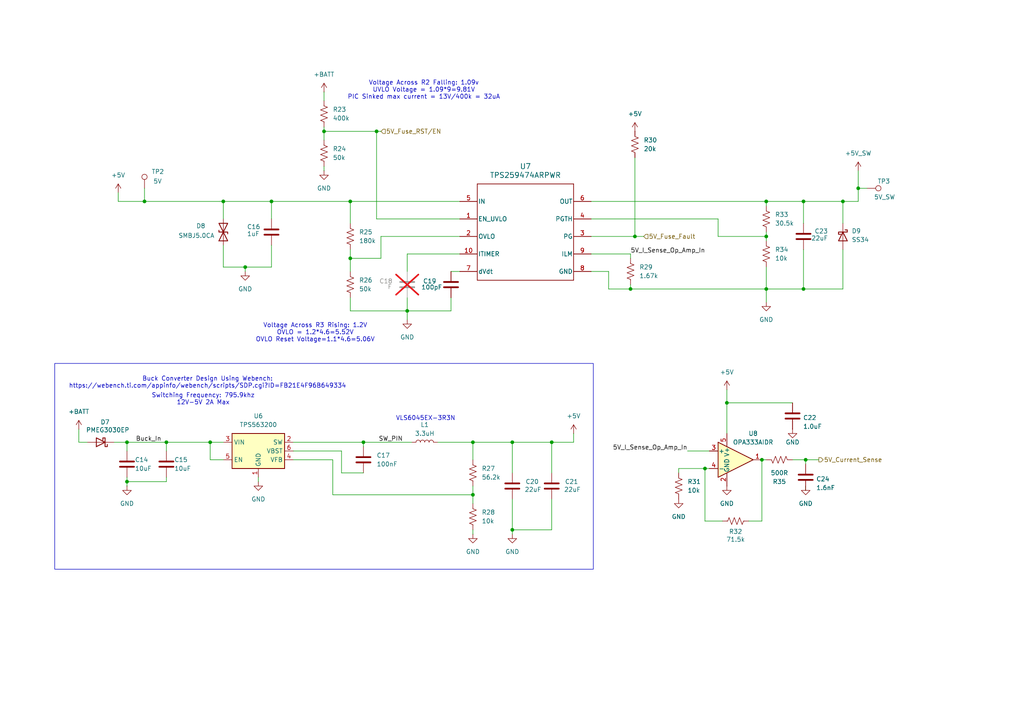
<source format=kicad_sch>
(kicad_sch (version 20250114) (generator "eeschema") (generator_version "9.0")
  (paper "A4")
  (lib_symbols
    (symbol "Amplifier_Current:INA180A1" (pin_names (offset 0.127))
      (property "Reference" "U" (at 3.81 3.81 0))
      (property "Value" "INA180A1" (at 3.81 -2.54 0))
      (symbol "INA180A1_0_1"
        (polyline (pts (xy 5.08 0) (xy -5.08 5.08) (xy -5.08 -5.08) (xy 5.08 0)) (stroke (width 0.254)) (fill (type background)))
      )
      (symbol "INA180A1_1_1"
        (pin input line (at -7.62 2.54 0) (length 2.54) (name "+") (number "3"))
        (pin input line (at -7.62 -2.54 0) (length 2.54) (name "-") (number "4"))
        (pin power_in line (at -2.54 7.62 270) (length 3.81) (name "V+") (number "5"))
        (pin power_in line (at -2.54 -7.62 90) (length 3.81) (name "GND") (number "2"))
        (pin output line (at 7.62 0 180) (length 2.54) (name "~") (number "1"))
      )
    )
    (symbol "Connector:TestPoint" (pin_numbers (hide yes)) (pin_names (offset 0.762) (hide yes))
      (property "Reference" "TP" (at 0 6.858 0))
      (property "Value" "TestPoint" (at 0 5.08 0))
      (symbol "TestPoint_0_1"
        (circle (center 0 3.302) (radius 0.762))
      )
      (symbol "TestPoint_1_1"
        (pin passive line (at 0 0 90) (length 2.54) (name "1") (number "1"))
      )
    )
    (symbol "Device:C" (pin_numbers (hide yes)) (pin_names (offset 0.254))
      (property "Reference" "C" (at 0.635 2.54 0))
      (property "Value" "C" (at 0.635 -2.54 0))
      (symbol "C_0_1"
        (polyline (pts (xy -2.032 0.762) (xy 2.032 0.762)) (stroke (width 0.508)))
        (polyline (pts (xy -2.032 -0.762) (xy 2.032 -0.762)) (stroke (width 0.508)))
      )
      (symbol "C_1_1"
        (pin passive line (at 0 3.81 270) (length 2.794) (name "~") (number "1"))
        (pin passive line (at 0 -3.81 90) (length 2.794) (name "~") (number "2"))
      )
    )
    (symbol "Device:D_Schottky" (pin_numbers (hide yes)) (pin_names (offset 1.016) (hide yes))
      (property "Reference" "D" (at 0 2.54 0))
      (property "Value" "D_Schottky" (at 0 -2.54 0))
      (symbol "D_Schottky_0_1"
        (polyline (pts (xy -1.905 0.635) (xy -1.905 1.27) (xy -1.27 1.27) (xy -1.27 -1.27) (xy -0.635 -1.27) (xy -0.635 -0.635)) (stroke (width 0.254)))
        (polyline (pts (xy 1.27 1.27) (xy 1.27 -1.27) (xy -1.27 0) (xy 1.27 1.27)) (stroke (width 0.254)))
        (polyline (pts (xy 1.27 0) (xy -1.27 0)))
      )
      (symbol "D_Schottky_1_1"
        (pin passive line (at -3.81 0 0) (length 2.54) (name "K") (number "1"))
        (pin passive line (at 3.81 0 180) (length 2.54) (name "A") (number "2"))
      )
    )
    (symbol "Device:D_TVS" (pin_numbers (hide yes)) (pin_names (offset 1.016) (hide yes))
      (property "Reference" "D" (at 0 2.54 0))
      (property "Value" "D_TVS" (at 0 -2.54 0))
      (symbol "D_TVS_0_1"
        (polyline (pts (xy -2.54 1.27) (xy -2.54 -1.27) (xy 2.54 1.27) (xy 2.54 -1.27) (xy -2.54 1.27)) (stroke (width 0.254)))
        (polyline (pts (xy 0.508 1.27) (xy 0 1.27) (xy 0 -1.27) (xy -0.508 -1.27)) (stroke (width 0.254)))
        (polyline (pts (xy 1.27 0) (xy -1.27 0)))
      )
      (symbol "D_TVS_1_1"
        (pin passive line (at -3.81 0 0) (length 2.54) (name "A1") (number "1"))
        (pin passive line (at 3.81 0 180) (length 2.54) (name "A2") (number "2"))
      )
    )
    (symbol "Device:L" (pin_numbers (hide yes)) (pin_names (offset 1.016) (hide yes))
      (property "Reference" "L" (at -1.27 0 90))
      (property "Value" "L" (at 1.905 0 90))
      (symbol "L_0_1"
        (arc (start 0 2.54) (mid 0.6323 1.905) (end 0 1.27))
        (arc (start 0 1.27) (mid 0.6323 0.635) (end 0 0))
        (arc (start 0 0) (mid 0.6323 -0.635) (end 0 -1.27))
        (arc (start 0 -1.27) (mid 0.6323 -1.905) (end 0 -2.54))
      )
      (symbol "L_1_1"
        (pin passive line (at 0 3.81 270) (length 1.27) (name "1") (number "1"))
        (pin passive line (at 0 -3.81 90) (length 1.27) (name "2") (number "2"))
      )
    )
    (symbol "Device:R_US" (pin_numbers (hide yes)) (pin_names (offset 0))
      (property "Reference" "R" (at 2.54 0 90))
      (property "Value" "R_US" (at -2.54 0 90))
      (symbol "R_US_0_1"
        (polyline (pts (xy 0 2.286) (xy 0 2.54)))
        (polyline (pts (xy 0 2.286) (xy 1.016 1.905) (xy 0 1.524) (xy -1.016 1.143) (xy 0 0.762)))
        (polyline (pts (xy 0 0.762) (xy 1.016 0.381) (xy 0 0) (xy -1.016 -0.381) (xy 0 -0.762)))
        (polyline (pts (xy 0 -0.762) (xy 1.016 -1.143) (xy 0 -1.524) (xy -1.016 -1.905) (xy 0 -2.286)))
        (polyline (pts (xy 0 -2.286) (xy 0 -2.54)))
      )
      (symbol "R_US_1_1"
        (pin passive line (at 0 3.81 270) (length 1.27) (name "~") (number "1"))
        (pin passive line (at 0 -3.81 90) (length 1.27) (name "~") (number "2"))
      )
    )
    (symbol "Regulator_Switching:TPS563200"
      (property "Reference" "U" (at -7.62 6.35 0))
      (property "Value" "TPS563200" (at -2.54 6.35 0))
      (symbol "TPS563200_0_1"
        (rectangle (start -7.62 5.08) (end 7.62 -5.08) (stroke (width 0.254)) (fill (type background)))
      )
      (symbol "TPS563200_1_1"
        (pin power_in line (at -10.16 2.54 0) (length 2.54) (name "VIN") (number "3"))
        (pin input line (at -10.16 -2.54 0) (length 2.54) (name "EN") (number "5"))
        (pin power_in line (at 0 -7.62 90) (length 2.54) (name "GND") (number "1"))
        (pin output line (at 10.16 2.54 180) (length 2.54) (name "SW") (number "2"))
        (pin passive line (at 10.16 0 180) (length 2.54) (name "VBST") (number "6"))
        (pin input line (at 10.16 -2.54 180) (length 2.54) (name "VFB") (number "4"))
      )
    )
    (symbol "TPS259474ARPWR:TPS259474ARPWR" (pin_names (offset 0.254))
      (property "Reference" "U" (at 0 2.54 0))
      (property "Value" "TPS259474ARPWR" (at 0 0 0))
      (symbol "TPS259474ARPWR_0_1"
        (polyline (pts (xy 5.08 5.08) (xy 5.08 -22.86)) (stroke (width 0.2032)))
        (polyline (pts (xy 5.08 -22.86) (xy 33.02 -22.86)) (stroke (width 0.2032)))
        (polyline (pts (xy 33.02 5.08) (xy 5.08 5.08)) (stroke (width 0.2032)))
        (polyline (pts (xy 33.02 -22.86) (xy 33.02 5.08)) (stroke (width 0.2032)))
        (pin power_in line (at 0 0 0) (length 5.08) (name "IN") (number "5"))
        (pin input line (at 0 -5.08 0) (length 5.08) (name "EN_UVLO") (number "1"))
        (pin output line (at 0 -15.24 0) (length 5.08) (name "ITIMER") (number "10"))
        (pin output line (at 0 -20.32 0) (length 5.08) (name "dVdt") (number "7"))
        (pin power_in line (at 38.1 0 180) (length 5.08) (name "OUT") (number "6"))
        (pin input line (at 38.1 -5.08 180) (length 5.08) (name "PGTH") (number "4"))
        (pin output line (at 38.1 -10.16 180) (length 5.08) (name "PG") (number "3"))
        (pin output line (at 38.1 -15.24 180) (length 5.08) (name "ILM") (number "9"))
        (pin power_in line (at 38.1 -20.32 180) (length 5.08) (name "GND") (number "8"))
      )
      (symbol "TPS259474ARPWR_1_1"
        (pin input line (at 0 -10.16 0) (length 5.08) (name "OVLO") (number "2"))
      )
    )
    (symbol "power:+5V" (power) (pin_numbers (hide yes)) (pin_names (offset 0) (hide yes))
      (property "Value" "+5V" (at 0 3.556 0))
      (symbol "+5V_0_1"
        (polyline (pts (xy -0.762 1.27) (xy 0 2.54)))
        (polyline (pts (xy 0 2.54) (xy 0.762 1.27)))
        (polyline (pts (xy 0 0) (xy 0 2.54)))
      )
      (symbol "+5V_1_1"
        (pin power_in line (at 0 0 90) (length 0) (name "~") (number "1"))
      )
    )
    (symbol "power:+BATT" (power) (pin_numbers (hide yes)) (pin_names (offset 0) (hide yes))
      (property "Value" "+BATT" (at 0 3.556 0))
      (symbol "+BATT_0_1"
        (polyline (pts (xy -0.762 1.27) (xy 0 2.54)))
        (polyline (pts (xy 0 2.54) (xy 0.762 1.27)))
        (polyline (pts (xy 0 0) (xy 0 2.54)))
      )
      (symbol "+BATT_1_1"
        (pin power_in line (at 0 0 90) (length 0) (name "~") (number "1"))
      )
    )
    (symbol "power:GND" (power) (pin_numbers (hide yes)) (pin_names (offset 0) (hide yes))
      (property "Value" "GND" (at 0 -3.81 0))
      (symbol "GND_0_1"
        (polyline (pts (xy 0 0) (xy 0 -1.27) (xy 1.27 -1.27) (xy 0 -2.54) (xy -1.27 -1.27) (xy 0 -1.27)))
      )
      (symbol "GND_1_1"
        (pin power_in line (at 0 0 270) (length 0) (name "~") (number "1"))
      )
    )
  )
  (rectangle (start 15.875 105.41) (end 172.085 165.1))
  (text "Switching Frequency: 795.9khz\n12V-5V 2A Max\n" (at 58.928 115.824 0) (effects (font (size 1.27 1.27))))
  (text "VLS6045EX-3R3N" (at 123.444 121.412 0) (effects (font (size 1.27 1.27))))
  (text "Buck Converter Design Using Webench:\nhttps://webench.ti.com/appinfo/webench/scripts/SDP.cgi?ID=FB21E4F96B649334" (at 60.198 110.998 0) (effects (font (size 1.27 1.27))))
  (text "Voltage Across R2 Falling: 1.09v\nUVLO Voltage = 1.09*9=9.81V\nPIC Sinked max current = 13V/400k = 32uA" (at 122.936 26.162 0) (effects (font (size 1.27 1.27))))
  (text "Voltage Across R3 Rising: 1.2V\nOVLO = 1.2*4.6=5.52V\nOVLO Reset Voltage=1.1*4.6=5.06V" (at 91.44 96.52 0) (effects (font (size 1.27 1.27))))
  (junction (at 248.92 54.61))
  (junction (at 160.02 128.27))
  (junction (at 101.6 74.93))
  (junction (at 60.96 128.27))
  (junction (at 105.41 128.27))
  (junction (at 204.47 135.89))
  (junction (at 148.59 153.67))
  (junction (at 222.25 83.82))
  (junction (at 148.59 128.27))
  (junction (at 71.12 77.47))
  (junction (at 137.16 128.27))
  (junction (at 36.83 128.27))
  (junction (at 78.74 58.42))
  (junction (at 101.6 58.42))
  (junction (at 220.98 133.35))
  (junction (at 222.25 68.58))
  (junction (at 233.045 58.42))
  (junction (at 109.22 38.1))
  (junction (at 41.91 58.42))
  (junction (at 233.045 83.82))
  (junction (at 233.68 133.35))
  (junction (at 244.475 58.42))
  (junction (at 48.26 128.27))
  (junction (at 93.98 38.1))
  (junction (at 184.15 68.58))
  (junction (at 36.83 139.7))
  (junction (at 222.25 58.42))
  (junction (at 210.82 116.84))
  (junction (at 64.77 58.42))
  (junction (at 137.16 143.51))
  (junction (at 118.11 90.17))
  (junction (at 182.88 83.82))
  (wire (pts (xy 204.47 135.89) (xy 196.85 135.89)))
  (wire (pts (xy 208.28 68.58) (xy 222.25 68.58)))
  (wire (pts (xy 78.74 58.42) (xy 101.6 58.42)))
  (wire (pts (xy 105.41 128.27) (xy 105.41 129.54)))
  (wire (pts (xy 160.02 128.27) (xy 160.02 137.16)))
  (wire (pts (xy 244.475 83.82) (xy 233.045 83.82)))
  (wire (pts (xy 34.29 55.88) (xy 34.29 58.42)))
  (wire (pts (xy 64.77 133.35) (xy 60.96 133.35)))
  (wire (pts (xy 48.26 138.43) (xy 48.26 139.7)))
  (wire (pts (xy 222.25 59.69) (xy 222.25 58.42)))
  (wire (pts (xy 222.25 68.58) (xy 222.25 69.85)))
  (wire (pts (xy 205.74 135.89) (xy 204.47 135.89)))
  (wire (pts (xy 85.09 130.81) (xy 99.06 130.81)))
  (wire (pts (xy 101.6 74.93) (xy 110.49 74.93)))
  (wire (pts (xy 229.87 116.84) (xy 210.82 116.84)))
  (wire (pts (xy 244.475 58.42) (xy 248.92 58.42)))
  (wire (pts (xy 33.02 128.27) (xy 36.83 128.27)))
  (wire (pts (xy 101.6 58.42) (xy 101.6 64.77)))
  (wire (pts (xy 210.82 116.84) (xy 210.82 125.73)))
  (wire (pts (xy 101.6 72.39) (xy 101.6 74.93)))
  (wire (pts (xy 93.98 38.1) (xy 93.98 40.64)))
  (wire (pts (xy 130.81 78.74) (xy 133.35 78.74)))
  (wire (pts (xy 222.25 77.47) (xy 222.25 83.82)))
  (wire (pts (xy 204.47 151.13) (xy 209.55 151.13)))
  (wire (pts (xy 127 128.27) (xy 137.16 128.27)))
  (wire (pts (xy 204.47 135.89) (xy 204.47 151.13)))
  (wire (pts (xy 41.91 58.42) (xy 64.77 58.42)))
  (wire (pts (xy 233.68 142.24) (xy 233.68 140.97)))
  (wire (pts (xy 78.74 58.42) (xy 78.74 63.5)))
  (wire (pts (xy 118.11 73.66) (xy 118.11 78.74)))
  (wire (pts (xy 34.29 58.42) (xy 41.91 58.42)))
  (wire (pts (xy 160.02 153.67) (xy 148.59 153.67)))
  (wire (pts (xy 148.59 153.67) (xy 148.59 154.94)))
  (wire (pts (xy 101.6 58.42) (xy 133.35 58.42)))
  (wire (pts (xy 101.6 74.93) (xy 101.6 78.74)))
  (wire (pts (xy 199.39 130.81) (xy 205.74 130.81)))
  (wire (pts (xy 105.41 128.27) (xy 119.38 128.27)))
  (wire (pts (xy 233.045 58.42) (xy 233.045 64.77)))
  (wire (pts (xy 133.35 73.66) (xy 118.11 73.66)))
  (wire (pts (xy 220.98 151.13) (xy 220.98 133.35)))
  (wire (pts (xy 171.45 78.74) (xy 176.53 78.74)))
  (wire (pts (xy 71.12 78.74) (xy 71.12 77.47)))
  (wire (pts (xy 208.28 63.5) (xy 208.28 68.58)))
  (wire (pts (xy 118.11 86.36) (xy 118.11 90.17)))
  (wire (pts (xy 64.77 58.42) (xy 78.74 58.42)))
  (wire (pts (xy 93.98 38.1) (xy 109.22 38.1)))
  (wire (pts (xy 176.53 78.74) (xy 176.53 83.82)))
  (wire (pts (xy 137.16 128.27) (xy 137.16 133.35)))
  (wire (pts (xy 60.96 128.27) (xy 64.77 128.27)))
  (wire (pts (xy 48.26 128.27) (xy 48.26 130.81)))
  (wire (pts (xy 229.87 133.35) (xy 233.68 133.35)))
  (wire (pts (xy 93.98 36.83) (xy 93.98 38.1)))
  (wire (pts (xy 182.88 73.66) (xy 182.88 74.93)))
  (wire (pts (xy 99.06 130.81) (xy 99.06 137.16)))
  (wire (pts (xy 96.52 143.51) (xy 96.52 133.35)))
  (wire (pts (xy 160.02 144.78) (xy 160.02 153.67)))
  (wire (pts (xy 220.98 133.35) (xy 222.25 133.35)))
  (wire (pts (xy 182.88 83.82) (xy 176.53 83.82)))
  (wire (pts (xy 233.045 83.82) (xy 222.25 83.82)))
  (wire (pts (xy 222.25 67.31) (xy 222.25 68.58)))
  (wire (pts (xy 248.92 54.61) (xy 251.46 54.61)))
  (wire (pts (xy 36.83 138.43) (xy 36.83 139.7)))
  (wire (pts (xy 248.92 49.53) (xy 248.92 54.61)))
  (wire (pts (xy 222.25 83.82) (xy 222.25 87.63)))
  (wire (pts (xy 64.77 58.42) (xy 64.77 63.5)))
  (wire (pts (xy 109.22 38.1) (xy 109.22 63.5)))
  (wire (pts (xy 96.52 143.51) (xy 137.16 143.51)))
  (wire (pts (xy 171.45 63.5) (xy 208.28 63.5)))
  (wire (pts (xy 64.77 77.47) (xy 64.77 71.12)))
  (wire (pts (xy 137.16 128.27) (xy 148.59 128.27)))
  (wire (pts (xy 166.37 125.73) (xy 166.37 128.27)))
  (wire (pts (xy 137.16 153.67) (xy 137.16 154.94)))
  (wire (pts (xy 184.15 45.72) (xy 184.15 68.58)))
  (wire (pts (xy 244.475 58.42) (xy 244.475 64.77)))
  (wire (pts (xy 48.26 128.27) (xy 60.96 128.27)))
  (wire (pts (xy 64.77 77.47) (xy 71.12 77.47)))
  (wire (pts (xy 217.17 151.13) (xy 220.98 151.13)))
  (wire (pts (xy 110.49 74.93) (xy 110.49 68.58)))
  (wire (pts (xy 36.83 128.27) (xy 48.26 128.27)))
  (wire (pts (xy 48.26 139.7) (xy 36.83 139.7)))
  (wire (pts (xy 74.93 138.43) (xy 74.93 139.7)))
  (wire (pts (xy 137.16 140.97) (xy 137.16 143.51)))
  (wire (pts (xy 210.82 116.84) (xy 210.82 113.03)))
  (wire (pts (xy 196.85 135.89) (xy 196.85 137.16)))
  (wire (pts (xy 148.59 128.27) (xy 148.59 137.16)))
  (wire (pts (xy 222.25 58.42) (xy 233.045 58.42)))
  (wire (pts (xy 101.6 90.17) (xy 101.6 86.36)))
  (wire (pts (xy 41.91 54.61) (xy 41.91 58.42)))
  (wire (pts (xy 148.59 128.27) (xy 160.02 128.27)))
  (wire (pts (xy 184.15 68.58) (xy 186.69 68.58)))
  (wire (pts (xy 130.81 86.36) (xy 130.81 90.17)))
  (wire (pts (xy 130.81 90.17) (xy 118.11 90.17)))
  (wire (pts (xy 78.74 77.47) (xy 78.74 71.12)))
  (wire (pts (xy 171.45 73.66) (xy 182.88 73.66)))
  (wire (pts (xy 171.45 68.58) (xy 184.15 68.58)))
  (wire (pts (xy 137.16 143.51) (xy 137.16 146.05)))
  (wire (pts (xy 171.45 58.42) (xy 222.25 58.42)))
  (wire (pts (xy 148.59 144.78) (xy 148.59 153.67)))
  (wire (pts (xy 248.92 58.42) (xy 248.92 54.61)))
  (wire (pts (xy 22.86 124.46) (xy 22.86 128.27)))
  (wire (pts (xy 93.98 48.26) (xy 93.98 49.53)))
  (wire (pts (xy 60.96 133.35) (xy 60.96 128.27)))
  (wire (pts (xy 222.25 83.82) (xy 182.88 83.82)))
  (wire (pts (xy 182.88 82.55) (xy 182.88 83.82)))
  (wire (pts (xy 36.83 128.27) (xy 36.83 130.81)))
  (wire (pts (xy 233.045 58.42) (xy 244.475 58.42)))
  (wire (pts (xy 110.49 68.58) (xy 133.35 68.58)))
  (wire (pts (xy 160.02 128.27) (xy 166.37 128.27)))
  (wire (pts (xy 233.045 72.39) (xy 233.045 83.82)))
  (wire (pts (xy 233.68 134.62) (xy 233.68 133.35)))
  (wire (pts (xy 110.49 38.1) (xy 109.22 38.1)))
  (wire (pts (xy 96.52 133.35) (xy 85.09 133.35)))
  (wire (pts (xy 244.475 72.39) (xy 244.475 83.82)))
  (wire (pts (xy 36.83 139.7) (xy 36.83 140.97)))
  (wire (pts (xy 233.68 133.35) (xy 237.49 133.35)))
  (wire (pts (xy 118.11 90.17) (xy 118.11 92.71)))
  (wire (pts (xy 71.12 77.47) (xy 78.74 77.47)))
  (wire (pts (xy 22.86 128.27) (xy 25.4 128.27)))
  (wire (pts (xy 85.09 128.27) (xy 105.41 128.27)))
  (wire (pts (xy 99.06 137.16) (xy 105.41 137.16)))
  (wire (pts (xy 109.22 63.5) (xy 133.35 63.5)))
  (wire (pts (xy 118.11 90.17) (xy 101.6 90.17)))
  (wire (pts (xy 93.98 26.67) (xy 93.98 29.21)))
  (label "5V_I_Sense_Op_Amp_In" (at 182.88 73.66 0))
  (label "SW_PIN" (at 116.84 128.27 180))
  (label "5V_I_Sense_Op_Amp_In" (at 199.39 130.81 180))
  (label "Buck_In" (at 39.37 128.27 0))
  (hierarchical_label "5V_Current_Sense" (shape output) (at 237.49 133.35 0))
  (hierarchical_label "5V_Fuse_Fault" (shape input) (at 186.69 68.58 0))
  (hierarchical_label "5V_Fuse_RST{slash}EN" (shape input) (at 110.49 38.1 0))
  (symbol (lib_id "Device:R_US") (at 222.25 63.5 0) (unit 1)
    (property "Reference" "R33" (at 224.79 62.2299 0) (effects (justify left)))
    (property "Value" "30.5k" (at 224.79 64.7699 0) (effects (justify left)))
    (property "Footprint" "Resistor_SMD:R_0603_1608Metric_Pad0.98x0.95mm_HandSolder" (effects (hide yes)))
    (property "Description" "Resistor, US symbol" (effects (hide yes)))
  )
  (symbol (lib_id "Device:C") (at 130.81 82.55 0) (unit 1)
    (property "Reference" "C19" (at 122.682 81.534 0) (effects (justify left)))
    (property "Value" "100pF" (at 122.174 83.312 0) (effects (justify left)))
    (property "Footprint" "Capacitor_SMD:C_0603_1608Metric_Pad1.08x0.95mm_HandSolder" (effects (hide yes)))
    (property "Description" "Unpolarized capacitor" (effects (hide yes)))
  )
  (symbol (lib_id "power:GND") (at 71.12 78.74 0) (unit 1)
    (property "Reference" "#PWR050" (effects (hide yes)))
    (property "Value" "GND" (at 71.12 83.82 0))
    (property "Description" "Power symbol creates a global label with name \"GND\" , ground" (effects (hide yes)))
  )
  (symbol (lib_id "Device:R_US") (at 101.6 68.58 0) (unit 1)
    (property "Reference" "R25" (at 104.14 67.3099 0) (effects (justify left)))
    (property "Value" "180k" (at 104.14 69.8499 0) (effects (justify left)))
    (property "Footprint" "Resistor_SMD:R_0603_1608Metric_Pad0.98x0.95mm_HandSolder" (effects (hide yes)))
    (property "Description" "Resistor, US symbol" (effects (hide yes)))
  )
  (symbol (lib_id "power:+BATT") (at 93.98 26.67 0) (unit 1)
    (property "Reference" "#PWR052" (effects (hide yes)))
    (property "Value" "+BATT" (at 93.98 21.59 0))
    (property "Description" "Power symbol creates a global label with name \"+BATT\"" (effects (hide yes)))
  )
  (symbol (lib_id "Device:R_US") (at 182.88 78.74 0) (unit 1)
    (property "Reference" "R29" (at 185.42 77.4699 0) (effects (justify left)))
    (property "Value" "1.67k" (at 185.42 80.0099 0) (effects (justify left)))
    (property "Footprint" "Resistor_SMD:R_0603_1608Metric_Pad0.98x0.95mm_HandSolder" (effects (hide yes)))
    (property "Description" "Resistor, US symbol" (effects (hide yes)))
  )
  (symbol (lib_id "Device:C") (at 160.02 140.97 0) (unit 1)
    (property "Reference" "C21" (at 163.83 139.6999 0) (effects (justify left)))
    (property "Value" "22uF" (at 163.576 141.986 0) (effects (justify left)))
    (property "Footprint" "Capacitor_SMD:C_0603_1608Metric_Pad1.08x0.95mm_HandSolder" (effects (hide yes)))
    (property "Description" "Unpolarized capacitor" (effects (hide yes)))
  )
  (symbol (lib_id "Device:C") (at 233.045 68.58 0) (mirror y) (unit 1)
    (property "Reference" "C23" (at 240.157 67.056 0) (effects (justify left)))
    (property "Value" "22uF" (at 240.157 69.088 0) (effects (justify left)))
    (property "Footprint" "Capacitor_SMD:C_0603_1608Metric_Pad1.08x0.95mm_HandSolder" (effects (hide yes)))
    (property "Description" "Unpolarized capacitor" (effects (hide yes)))
  )
  (symbol (lib_id "power:+BATT") (at 22.86 124.46 0) (unit 1)
    (property "Reference" "#PWR047" (effects (hide yes)))
    (property "Value" "+BATT" (at 22.86 119.38 0))
    (property "Description" "Power symbol creates a global label with name \"+BATT\"" (effects (hide yes)))
  )
  (symbol (lib_id "power:GND") (at 74.93 139.7 0) (unit 1)
    (property "Reference" "#PWR051" (effects (hide yes)))
    (property "Value" "GND" (at 74.93 144.78 0))
    (property "Description" "Power symbol creates a global label with name \"GND\" , ground" (effects (hide yes)))
  )
  (symbol (lib_id "power:+5V") (at 166.37 125.73 0) (mirror y) (unit 1)
    (property "Reference" "#PWR057" (effects (hide yes)))
    (property "Value" "+5V" (at 166.37 120.65 0))
    (property "Description" "Power symbol creates a global label with name \"+5V\"" (effects (hide yes)))
  )
  (symbol (lib_id "power:GND") (at 233.68 140.97 0) (unit 1)
    (property "Reference" "#PWR064" (effects (hide yes)))
    (property "Value" "GND" (at 233.68 146.05 0))
    (property "Description" "Power symbol creates a global label with name \"GND\" , ground" (effects (hide yes)))
  )
  (symbol (lib_id "power:GND") (at 210.82 140.97 0) (unit 1)
    (property "Reference" "#PWR061" (effects (hide yes)))
    (property "Value" "GND" (at 210.82 146.05 0))
    (property "Description" "Power symbol creates a global label with name \"GND\" , ground" (effects (hide yes)))
  )
  (symbol (lib_id "Connector:TestPoint") (at 251.46 54.61 270) (unit 1)
    (property "Reference" "TP3" (at 254.508 52.578 90) (effects (justify left)))
    (property "Value" "5V_SW" (at 253.4921 57.15 90) (effects (justify left)))
    (property "Footprint" "TestPoint:TestPoint_Keystone_5000-5004_Miniature" (effects (hide yes)))
    (property "Description" "test point" (effects (hide yes)))
  )
  (symbol (lib_id "power:GND") (at 196.85 144.78 0) (unit 1)
    (property "Reference" "#PWR059" (effects (hide yes)))
    (property "Value" "GND" (at 196.85 149.86 0))
    (property "Description" "Power symbol creates a global label with name \"GND\" , ground" (effects (hide yes)))
  )
  (symbol (lib_id "Device:C") (at 78.74 67.31 0) (unit 1)
    (property "Reference" "C16" (at 71.628 65.786 0) (effects (justify left)))
    (property "Value" "1uF" (at 71.628 67.818 0) (effects (justify left)))
    (property "Footprint" "Capacitor_SMD:C_0603_1608Metric_Pad1.08x0.95mm_HandSolder" (effects (hide yes)))
    (property "Description" "Unpolarized capacitor" (effects (hide yes)))
  )
  (symbol (lib_id "Device:C") (at 233.68 138.43 0) (unit 1)
    (property "Reference" "C24" (at 236.728 138.938 0) (effects (justify left)))
    (property "Value" "1.6nF" (at 236.728 141.478 0) (effects (justify left)))
    (property "Footprint" "Capacitor_SMD:C_0603_1608Metric_Pad1.08x0.95mm_HandSolder" (effects (hide yes)))
    (property "Description" "Unpolarized capacitor" (effects (hide yes)))
  )
  (symbol (lib_id "power:GND") (at 118.11 92.71 0) (unit 1)
    (property "Reference" "#PWR054" (effects (hide yes)))
    (property "Value" "GND" (at 118.11 97.79 0))
    (property "Description" "Power symbol creates a global label with name \"GND\" , ground" (effects (hide yes)))
  )
  (symbol (lib_id "power:GND") (at 137.16 154.94 0) (unit 1)
    (property "Reference" "#PWR055" (effects (hide yes)))
    (property "Value" "GND" (at 137.16 160.02 0))
    (property "Description" "Power symbol creates a global label with name \"GND\" , ground" (effects (hide yes)))
  )
  (symbol (lib_id "power:GND") (at 36.83 140.97 0) (unit 1)
    (property "Reference" "#PWR049" (effects (hide yes)))
    (property "Value" "GND" (at 36.83 146.05 0))
    (property "Description" "Power symbol creates a global label with name \"GND\" , ground" (effects (hide yes)))
  )
  (symbol (lib_id "power:GND") (at 229.87 124.46 0) (unit 1)
    (property "Reference" "#PWR063" (effects (hide yes)))
    (property "Value" "GND" (at 229.87 128.27 0))
    (property "Description" "Power symbol creates a global label with name \"GND\" , ground" (effects (hide yes)))
  )
  (symbol (lib_id "power:GND") (at 148.59 154.94 0) (unit 1)
    (property "Reference" "#PWR056" (effects (hide yes)))
    (property "Value" "GND" (at 148.59 160.02 0))
    (property "Description" "Power symbol creates a global label with name \"GND\" , ground" (effects (hide yes)))
  )
  (symbol (lib_id "power:+5V") (at 184.15 38.1 0) (unit 1)
    (property "Reference" "#PWR058" (effects (hide yes)))
    (property "Value" "+5V" (at 184.15 33.02 0))
    (property "Description" "Power symbol creates a global label with name \"+5V\"" (effects (hide yes)))
  )
  (symbol (lib_id "Device:R_US") (at 184.15 41.91 0) (unit 1)
    (property "Reference" "R30" (at 186.69 40.6399 0) (effects (justify left)))
    (property "Value" "20k" (at 186.69 43.1799 0) (effects (justify left)))
    (property "Footprint" "Resistor_SMD:R_0603_1608Metric_Pad0.98x0.95mm_HandSolder" (effects (hide yes)))
    (property "Description" "Resistor, US symbol" (effects (hide yes)))
  )
  (symbol (lib_id "Device:D_Schottky") (at 244.475 68.58 270) (unit 1)
    (property "Reference" "D9" (at 247.015 66.9924 90) (effects (justify left)))
    (property "Value" "SS34" (at 247.015 69.5324 90) (effects (justify left)))
    (property "Footprint" "Diode_SMD:D_SMC_Handsoldering" (effects (hide yes)))
    (property "Datasheet" "https://services.taiwansemi.com/storage/resources/datasheet/SS32%20SERIES_Q2412.pdf" (effects (hide yes)))
    (property "Description" "Schottky diode" (effects (hide yes)))
  )
  (symbol (lib_id "power:GND") (at 93.98 49.53 0) (unit 1)
    (property "Reference" "#PWR053" (effects (hide yes)))
    (property "Value" "GND" (at 93.98 54.61 0))
    (property "Description" "Power symbol creates a global label with name \"GND\" , ground" (effects (hide yes)))
  )
  (symbol (lib_id "Amplifier_Current:INA180A1") (at 213.36 133.35 0) (unit 1)
    (property "Reference" "U8" (at 218.44 125.73 0))
    (property "Value" "OPA333AIDR" (at 218.44 128.27 0))
    (property "Footprint" "Package_TO_SOT_SMD:SOT-23-5" (effects (hide yes)))
    (property "Datasheet" "https://www.ti.com/lit/ds/symlink/opa2333.pdf" (effects (hide yes)))
    (property "Description" "Current Sense Amplifier, 1 Circuit, Rail-to-Rail, 26V, Gain 20 V/V, SOT-23-5" (effects (hide yes)))
  )
  (symbol (lib_id "Connector:TestPoint") (at 41.91 54.61 0) (unit 1)
    (property "Reference" "TP2" (at 43.942 49.784 0) (effects (justify left)))
    (property "Value" "5V" (at 44.45 52.5779 0) (effects (justify left)))
    (property "Footprint" "TestPoint:TestPoint_Keystone_5000-5004_Miniature" (effects (hide yes)))
    (property "Description" "test point" (effects (hide yes)))
  )
  (symbol (lib_id "power:+5V") (at 248.92 49.53 0) (unit 1)
    (property "Reference" "#PWR065" (effects (hide yes)))
    (property "Value" "+5V_SW" (at 248.92 44.45 0))
    (property "Description" "Power symbol creates a global label with name \"+5V\"" (effects (hide yes)))
  )
  (symbol (lib_id "Device:D_Schottky") (at 29.21 128.27 180) (unit 1)
    (property "Reference" "D7" (at 30.48 122.428 0))
    (property "Value" "PMEG3030EP" (at 31.242 124.714 0))
    (property "Footprint" "Diode_SMD:D_SOD-128" (effects (hide yes)))
    (property "Datasheet" "https://assets.nexperia.com/documents/data-sheet/PMEG3030EP.pdf" (effects (hide yes)))
    (property "Description" "Schottky diode" (effects (hide yes)))
  )
  (symbol (lib_id "TPS259474ARPWR:TPS259474ARPWR") (at 133.35 58.42 0) (unit 1)
    (property "Reference" "U7" (at 152.4 48.26 0) (effects (font (size 1.524 1.524))))
    (property "Value" "TPS259474ARPWR" (at 152.4 50.8 0) (effects (font (size 1.524 1.524))))
    (property "Footprint" "rocket_power_board:Texas_RPW0010A_VQFN-10_2x2mm" (effects (hide yes)))
    (property "Datasheet" "https://www.ti.com/lit/ds/symlink/tps25947.pdf?HQS=dis-dk-null-digikeymode-dsf-pf-null-wwe&ts=1744473923121" (effects (hide yes)))
  )
  (symbol (lib_id "Device:R_US") (at 93.98 44.45 0) (unit 1)
    (property "Reference" "R24" (at 96.52 43.1799 0) (effects (justify left)))
    (property "Value" "50k" (at 96.52 45.7199 0) (effects (justify left)))
    (property "Footprint" "Resistor_SMD:R_0603_1608Metric_Pad0.98x0.95mm_HandSolder" (effects (hide yes)))
    (property "Description" "Resistor, US symbol" (effects (hide yes)))
  )
  (symbol (lib_id "power:+5V") (at 210.82 113.03 0) (mirror y) (unit 1)
    (property "Reference" "#PWR060" (effects (hide yes)))
    (property "Value" "+5V" (at 210.82 107.95 0))
    (property "Description" "Power symbol creates a global label with name \"+5V\"" (effects (hide yes)))
  )
  (symbol (lib_id "Device:C") (at 229.87 120.65 0) (unit 1)
    (property "Reference" "C22" (at 232.918 121.158 0) (effects (justify left)))
    (property "Value" "1.0uF" (at 232.918 123.698 0) (effects (justify left)))
    (property "Footprint" "Capacitor_SMD:C_0603_1608Metric_Pad1.08x0.95mm_HandSolder" (effects (hide yes)))
    (property "Description" "Unpolarized capacitor" (effects (hide yes)))
  )
  (symbol (lib_id "Device:C") (at 118.11 82.55 0) (unit 1) (dnp yes)
    (property "Reference" "C18" (at 109.982 81.534 0) (effects (justify left)))
    (property "Value" "F" (at 112.395 83.185 0) (effects (justify left)))
    (property "Footprint" "Capacitor_SMD:C_0603_1608Metric_Pad1.08x0.95mm_HandSolder" (effects (hide yes)))
    (property "Description" "Unpolarized capacitor" (effects (hide yes)))
  )
  (symbol (lib_id "Device:C") (at 36.83 134.62 0) (unit 1)
    (property "Reference" "C14" (at 39.116 133.35 0) (effects (justify left)))
    (property "Value" "10uF" (at 39.116 135.89 0) (effects (justify left)))
    (property "Footprint" "Capacitor_SMD:C_0603_1608Metric_Pad1.08x0.95mm_HandSolder" (effects (hide yes)))
    (property "Description" "Unpolarized capacitor" (effects (hide yes)))
  )
  (symbol (lib_id "Device:L") (at 123.19 128.27 90) (unit 1)
    (property "Reference" "L1" (at 123.19 123.19 90))
    (property "Value" "3.3uH" (at 123.19 125.73 90))
    (property "Footprint" "rocket_power_board:IND_VLS6045EX-3R3N" (effects (hide yes)))
    (property "Datasheet" "https://product.tdk.com/en/system/files/dam/doc/product/inductor/inductor/smd/catalog/inductor_commercial_power_vls6045ex_en.pdf" (effects (hide yes)))
    (property "Description" "Inductor" (effects (hide yes)))
  )
  (symbol (lib_id "power:GND") (at 222.25 87.63 0) (unit 1)
    (property "Reference" "#PWR062" (effects (hide yes)))
    (property "Value" "GND" (at 222.25 92.71 0))
    (property "Description" "Power symbol creates a global label with name \"GND\" , ground" (effects (hide yes)))
  )
  (symbol (lib_id "Device:R_US") (at 101.6 82.55 0) (unit 1)
    (property "Reference" "R26" (at 104.14 81.2799 0) (effects (justify left)))
    (property "Value" "50k" (at 104.14 83.8199 0) (effects (justify left)))
    (property "Footprint" "Resistor_SMD:R_0603_1608Metric_Pad0.98x0.95mm_HandSolder" (effects (hide yes)))
    (property "Description" "Resistor, US symbol" (effects (hide yes)))
  )
  (symbol (lib_id "power:+5V") (at 34.29 55.88 0) (unit 1)
    (property "Reference" "#PWR048" (effects (hide yes)))
    (property "Value" "+5V" (at 34.29 50.8 0))
    (property "Description" "Power symbol creates a global label with name \"+5V\"" (effects (hide yes)))
  )
  (symbol (lib_id "Device:R_US") (at 213.36 151.13 90) (unit 1)
    (property "Reference" "R32" (at 213.36 154.178 90))
    (property "Value" "71.5k" (at 213.36 156.464 90))
    (property "Footprint" "Resistor_SMD:R_0603_1608Metric_Pad0.98x0.95mm_HandSolder" (effects (hide yes)))
    (property "Description" "Resistor, US symbol" (effects (hide yes)))
  )
  (symbol (lib_id "Device:C") (at 48.26 134.62 0) (unit 1)
    (property "Reference" "C15" (at 50.546 133.35 0) (effects (justify left)))
    (property "Value" "10uF" (at 50.546 135.89 0) (effects (justify left)))
    (property "Footprint" "Capacitor_SMD:C_0603_1608Metric_Pad1.08x0.95mm_HandSolder" (effects (hide yes)))
    (property "Description" "Unpolarized capacitor" (effects (hide yes)))
  )
  (symbol (lib_id "Regulator_Switching:TPS563200") (at 74.93 130.81 0) (unit 1)
    (property "Reference" "U6" (at 74.93 120.65 0))
    (property "Value" "TPS563200" (at 74.93 123.19 0))
    (property "Footprint" "Package_TO_SOT_SMD:SOT-23-6" (effects (hide yes)))
    (property "Datasheet" "http://www.ti.com/lit/ds/symlink/tps563200.pdf" (effects (hide yes)))
    (property "Description" "3A Synchronous Step-Down Voltage Regulator, Adjustable Output Voltage, 4.5-17V Input Voltage, SOT-23-6" (effects (hide yes)))
  )
  (symbol (lib_id "Device:R_US") (at 93.98 33.02 0) (unit 1)
    (property "Reference" "R23" (at 96.52 31.7499 0) (effects (justify left)))
    (property "Value" "400k" (at 96.52 34.2899 0) (effects (justify left)))
    (property "Footprint" "Resistor_SMD:R_0603_1608Metric_Pad0.98x0.95mm_HandSolder" (effects (hide yes)))
    (property "Description" "Resistor, US symbol" (effects (hide yes)))
  )
  (symbol (lib_id "Device:R_US") (at 137.16 137.16 0) (unit 1)
    (property "Reference" "R27" (at 139.7 135.8899 0) (effects (justify left)))
    (property "Value" "56.2k" (at 139.7 138.4299 0) (effects (justify left)))
    (property "Footprint" "Resistor_SMD:R_0603_1608Metric_Pad0.98x0.95mm_HandSolder" (effects (hide yes)))
    (property "Description" "Resistor, US symbol" (effects (hide yes)))
  )
  (symbol (lib_id "Device:R_US") (at 196.85 140.97 0) (unit 1)
    (property "Reference" "R31" (at 199.39 139.6999 0) (effects (justify left)))
    (property "Value" "10k" (at 199.39 142.2399 0) (effects (justify left)))
    (property "Footprint" "Resistor_SMD:R_0603_1608Metric_Pad0.98x0.95mm_HandSolder" (effects (hide yes)))
    (property "Description" "Resistor, US symbol" (effects (hide yes)))
  )
  (symbol (lib_id "Device:C") (at 148.59 140.97 0) (unit 1)
    (property "Reference" "C20" (at 152.4 139.6999 0) (effects (justify left)))
    (property "Value" "22uF" (at 152.146 141.986 0) (effects (justify left)))
    (property "Footprint" "Capacitor_SMD:C_0603_1608Metric_Pad1.08x0.95mm_HandSolder" (effects (hide yes)))
    (property "Description" "Unpolarized capacitor" (effects (hide yes)))
  )
  (symbol (lib_id "Device:R_US") (at 222.25 73.66 0) (unit 1)
    (property "Reference" "R34" (at 224.79 72.3899 0) (effects (justify left)))
    (property "Value" "10k" (at 224.79 74.9299 0) (effects (justify left)))
    (property "Footprint" "Resistor_SMD:R_0603_1608Metric_Pad0.98x0.95mm_HandSolder" (effects (hide yes)))
    (property "Description" "Resistor, US symbol" (effects (hide yes)))
  )
  (symbol (lib_id "Device:R_US") (at 226.06 133.35 270) (mirror x) (unit 1)
    (property "Reference" "R35" (at 226.06 139.7 90))
    (property "Value" "500R" (at 226.06 137.16 90))
    (property "Footprint" "Resistor_SMD:R_0603_1608Metric_Pad0.98x0.95mm_HandSolder" (effects (hide yes)))
    (property "Description" "Resistor, US symbol" (effects (hide yes)))
  )
  (symbol (lib_id "Device:D_TVS") (at 64.77 67.31 90) (unit 1)
    (property "Reference" "D8" (at 56.896 65.532 90) (effects (justify right)))
    (property "Value" "SMBJ5.0CA" (at 62.23 68.326 90) (effects (justify left)))
    (property "Footprint" "Diode_SMD:D_SMB_Handsoldering" (effects (hide yes)))
    (property "Datasheet" "https://www.littelfuse.com/assetdocs/littelfuse_tvs_diode_smbj_datasheet.pdf" (effects (hide yes)))
    (property "Description" "Bidirectional transient-voltage-suppression diode" (effects (hide yes)))
  )
  (symbol (lib_id "Device:C") (at 105.41 133.35 0) (unit 1)
    (property "Reference" "C17" (at 109.22 132.0799 0) (effects (justify left)))
    (property "Value" "100nF" (at 109.22 134.6199 0) (effects (justify left)))
    (property "Footprint" "Capacitor_SMD:C_0603_1608Metric_Pad1.08x0.95mm_HandSolder" (effects (hide yes)))
    (property "Description" "Unpolarized capacitor" (effects (hide yes)))
  )
  (symbol (lib_id "Device:R_US") (at 137.16 149.86 0) (unit 1)
    (property "Reference" "R28" (at 139.7 148.5899 0) (effects (justify left)))
    (property "Value" "10k" (at 139.7 151.1299 0) (effects (justify left)))
    (property "Footprint" "Resistor_SMD:R_0603_1608Metric_Pad0.98x0.95mm_HandSolder" (effects (hide yes)))
    (property "Description" "Resistor, US symbol" (effects (hide yes)))
  )
)
</source>
